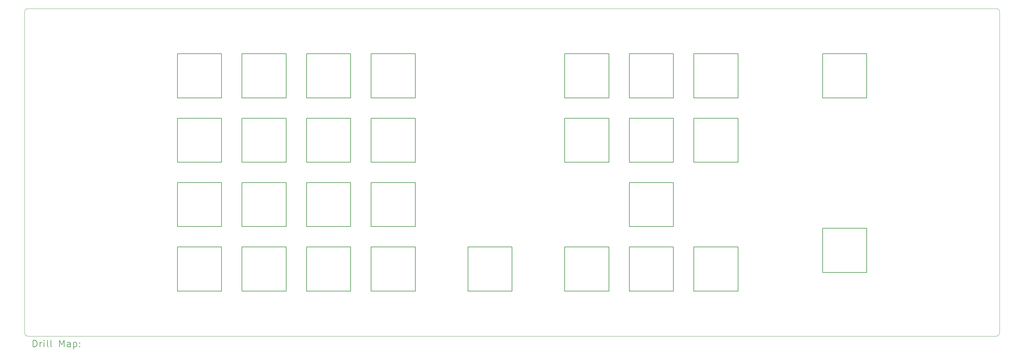
<source format=gbr>
%TF.GenerationSoftware,KiCad,Pcbnew,(6.0.7-1)-1*%
%TF.CreationDate,2022-09-15T21:48:14+02:00*%
%TF.ProjectId,yts-switchblade,7974732d-7377-4697-9463-68626c616465,rev?*%
%TF.SameCoordinates,Original*%
%TF.FileFunction,Drillmap*%
%TF.FilePolarity,Positive*%
%FSLAX45Y45*%
G04 Gerber Fmt 4.5, Leading zero omitted, Abs format (unit mm)*
G04 Created by KiCad (PCBNEW (6.0.7-1)-1) date 2022-09-15 21:48:14*
%MOMM*%
%LPD*%
G01*
G04 APERTURE LIST*
%ADD10C,0.100000*%
%ADD11C,0.150000*%
%ADD12C,0.200000*%
G04 APERTURE END LIST*
D10*
X31800000Y-3700000D02*
G75*
G03*
X31700000Y-3600000I-100000J0D01*
G01*
X31700000Y-13260000D02*
G75*
G03*
X31800000Y-13160000I0J100000D01*
G01*
X3100000Y-13160000D02*
G75*
G03*
X3200000Y-13260000I100000J0D01*
G01*
X3200000Y-3600000D02*
G75*
G03*
X3100000Y-3700000I0J-100000D01*
G01*
D11*
X20900000Y-6830000D02*
X22200000Y-6830000D01*
X22200000Y-6830000D02*
X22200000Y-8130000D01*
X22200000Y-8130000D02*
X20900000Y-8130000D01*
X20900000Y-8130000D02*
X20900000Y-6830000D01*
X26590000Y-4930000D02*
X27890000Y-4930000D01*
X27890000Y-4930000D02*
X27890000Y-6230000D01*
X27890000Y-6230000D02*
X26590000Y-6230000D01*
X26590000Y-6230000D02*
X26590000Y-4930000D01*
X26590000Y-10080000D02*
X27890000Y-10080000D01*
X27890000Y-10080000D02*
X27890000Y-11380000D01*
X27890000Y-11380000D02*
X26590000Y-11380000D01*
X26590000Y-11380000D02*
X26590000Y-10080000D01*
X11400000Y-6830000D02*
X12700000Y-6830000D01*
X12700000Y-6830000D02*
X12700000Y-8130000D01*
X12700000Y-8130000D02*
X11400000Y-8130000D01*
X11400000Y-8130000D02*
X11400000Y-6830000D01*
X19000000Y-10630000D02*
X20300000Y-10630000D01*
X20300000Y-10630000D02*
X20300000Y-11930000D01*
X20300000Y-11930000D02*
X19000000Y-11930000D01*
X19000000Y-11930000D02*
X19000000Y-10630000D01*
X22800000Y-4930000D02*
X24100000Y-4930000D01*
X24100000Y-4930000D02*
X24100000Y-6230000D01*
X24100000Y-6230000D02*
X22800000Y-6230000D01*
X22800000Y-6230000D02*
X22800000Y-4930000D01*
X7600000Y-4930000D02*
X8900000Y-4930000D01*
X8900000Y-4930000D02*
X8900000Y-6230000D01*
X8900000Y-6230000D02*
X7600000Y-6230000D01*
X7600000Y-6230000D02*
X7600000Y-4930000D01*
D10*
X31700000Y-3600000D02*
X3200000Y-3600000D01*
D11*
X20900000Y-4930000D02*
X22200000Y-4930000D01*
X22200000Y-4930000D02*
X22200000Y-6230000D01*
X22200000Y-6230000D02*
X20900000Y-6230000D01*
X20900000Y-6230000D02*
X20900000Y-4930000D01*
X19000000Y-6830000D02*
X20300000Y-6830000D01*
X20300000Y-6830000D02*
X20300000Y-8130000D01*
X20300000Y-8130000D02*
X19000000Y-8130000D01*
X19000000Y-8130000D02*
X19000000Y-6830000D01*
X13300000Y-6830000D02*
X14600000Y-6830000D01*
X14600000Y-6830000D02*
X14600000Y-8130000D01*
X14600000Y-8130000D02*
X13300000Y-8130000D01*
X13300000Y-8130000D02*
X13300000Y-6830000D01*
X20900000Y-8730000D02*
X22200000Y-8730000D01*
X22200000Y-8730000D02*
X22200000Y-10030000D01*
X22200000Y-10030000D02*
X20900000Y-10030000D01*
X20900000Y-10030000D02*
X20900000Y-8730000D01*
X19000000Y-4930000D02*
X20300000Y-4930000D01*
X20300000Y-4930000D02*
X20300000Y-6230000D01*
X20300000Y-6230000D02*
X19000000Y-6230000D01*
X19000000Y-6230000D02*
X19000000Y-4930000D01*
X11400000Y-8730000D02*
X12700000Y-8730000D01*
X12700000Y-8730000D02*
X12700000Y-10030000D01*
X12700000Y-10030000D02*
X11400000Y-10030000D01*
X11400000Y-10030000D02*
X11400000Y-8730000D01*
X7600000Y-10630000D02*
X8900000Y-10630000D01*
X8900000Y-10630000D02*
X8900000Y-11930000D01*
X8900000Y-11930000D02*
X7600000Y-11930000D01*
X7600000Y-11930000D02*
X7600000Y-10630000D01*
X9500000Y-6830000D02*
X10800000Y-6830000D01*
X10800000Y-6830000D02*
X10800000Y-8130000D01*
X10800000Y-8130000D02*
X9500000Y-8130000D01*
X9500000Y-8130000D02*
X9500000Y-6830000D01*
D10*
X3200000Y-13260000D02*
X31700000Y-13260000D01*
D11*
X7600000Y-6830000D02*
X8900000Y-6830000D01*
X8900000Y-6830000D02*
X8900000Y-8130000D01*
X8900000Y-8130000D02*
X7600000Y-8130000D01*
X7600000Y-8130000D02*
X7600000Y-6830000D01*
X22800000Y-10630000D02*
X24100000Y-10630000D01*
X24100000Y-10630000D02*
X24100000Y-11930000D01*
X24100000Y-11930000D02*
X22800000Y-11930000D01*
X22800000Y-11930000D02*
X22800000Y-10630000D01*
X13300000Y-8730000D02*
X14600000Y-8730000D01*
X14600000Y-8730000D02*
X14600000Y-10030000D01*
X14600000Y-10030000D02*
X13300000Y-10030000D01*
X13300000Y-10030000D02*
X13300000Y-8730000D01*
X13300000Y-10630000D02*
X14600000Y-10630000D01*
X14600000Y-10630000D02*
X14600000Y-11930000D01*
X14600000Y-11930000D02*
X13300000Y-11930000D01*
X13300000Y-11930000D02*
X13300000Y-10630000D01*
X11400000Y-4930000D02*
X12700000Y-4930000D01*
X12700000Y-4930000D02*
X12700000Y-6230000D01*
X12700000Y-6230000D02*
X11400000Y-6230000D01*
X11400000Y-6230000D02*
X11400000Y-4930000D01*
X7600000Y-8730000D02*
X8900000Y-8730000D01*
X8900000Y-8730000D02*
X8900000Y-10030000D01*
X8900000Y-10030000D02*
X7600000Y-10030000D01*
X7600000Y-10030000D02*
X7600000Y-8730000D01*
X11400000Y-10630000D02*
X12700000Y-10630000D01*
X12700000Y-10630000D02*
X12700000Y-11930000D01*
X12700000Y-11930000D02*
X11400000Y-11930000D01*
X11400000Y-11930000D02*
X11400000Y-10630000D01*
X20900000Y-10630000D02*
X22200000Y-10630000D01*
X22200000Y-10630000D02*
X22200000Y-11930000D01*
X22200000Y-11930000D02*
X20900000Y-11930000D01*
X20900000Y-11930000D02*
X20900000Y-10630000D01*
X22800000Y-6830000D02*
X24100000Y-6830000D01*
X24100000Y-6830000D02*
X24100000Y-8130000D01*
X24100000Y-8130000D02*
X22800000Y-8130000D01*
X22800000Y-8130000D02*
X22800000Y-6830000D01*
X16150000Y-10630000D02*
X17450000Y-10630000D01*
X17450000Y-10630000D02*
X17450000Y-11930000D01*
X17450000Y-11930000D02*
X16150000Y-11930000D01*
X16150000Y-11930000D02*
X16150000Y-10630000D01*
X13300000Y-4930000D02*
X14600000Y-4930000D01*
X14600000Y-4930000D02*
X14600000Y-6230000D01*
X14600000Y-6230000D02*
X13300000Y-6230000D01*
X13300000Y-6230000D02*
X13300000Y-4930000D01*
X9500000Y-10630000D02*
X10800000Y-10630000D01*
X10800000Y-10630000D02*
X10800000Y-11930000D01*
X10800000Y-11930000D02*
X9500000Y-11930000D01*
X9500000Y-11930000D02*
X9500000Y-10630000D01*
X9500000Y-4930000D02*
X10800000Y-4930000D01*
X10800000Y-4930000D02*
X10800000Y-6230000D01*
X10800000Y-6230000D02*
X9500000Y-6230000D01*
X9500000Y-6230000D02*
X9500000Y-4930000D01*
X9500000Y-8730000D02*
X10800000Y-8730000D01*
X10800000Y-8730000D02*
X10800000Y-10030000D01*
X10800000Y-10030000D02*
X9500000Y-10030000D01*
X9500000Y-10030000D02*
X9500000Y-8730000D01*
D10*
X3100000Y-3700000D02*
X3100000Y-13160000D01*
X31800000Y-13160000D02*
X31800000Y-3700000D01*
D12*
X3352619Y-13575476D02*
X3352619Y-13375476D01*
X3400238Y-13375476D01*
X3428809Y-13385000D01*
X3447857Y-13404048D01*
X3457381Y-13423095D01*
X3466905Y-13461190D01*
X3466905Y-13489762D01*
X3457381Y-13527857D01*
X3447857Y-13546905D01*
X3428809Y-13565952D01*
X3400238Y-13575476D01*
X3352619Y-13575476D01*
X3552619Y-13575476D02*
X3552619Y-13442143D01*
X3552619Y-13480238D02*
X3562143Y-13461190D01*
X3571667Y-13451667D01*
X3590714Y-13442143D01*
X3609762Y-13442143D01*
X3676428Y-13575476D02*
X3676428Y-13442143D01*
X3676428Y-13375476D02*
X3666905Y-13385000D01*
X3676428Y-13394524D01*
X3685952Y-13385000D01*
X3676428Y-13375476D01*
X3676428Y-13394524D01*
X3800238Y-13575476D02*
X3781190Y-13565952D01*
X3771667Y-13546905D01*
X3771667Y-13375476D01*
X3905000Y-13575476D02*
X3885952Y-13565952D01*
X3876428Y-13546905D01*
X3876428Y-13375476D01*
X4133571Y-13575476D02*
X4133571Y-13375476D01*
X4200238Y-13518333D01*
X4266905Y-13375476D01*
X4266905Y-13575476D01*
X4447857Y-13575476D02*
X4447857Y-13470714D01*
X4438333Y-13451667D01*
X4419286Y-13442143D01*
X4381190Y-13442143D01*
X4362143Y-13451667D01*
X4447857Y-13565952D02*
X4428810Y-13575476D01*
X4381190Y-13575476D01*
X4362143Y-13565952D01*
X4352619Y-13546905D01*
X4352619Y-13527857D01*
X4362143Y-13508809D01*
X4381190Y-13499286D01*
X4428810Y-13499286D01*
X4447857Y-13489762D01*
X4543095Y-13442143D02*
X4543095Y-13642143D01*
X4543095Y-13451667D02*
X4562143Y-13442143D01*
X4600238Y-13442143D01*
X4619286Y-13451667D01*
X4628810Y-13461190D01*
X4638333Y-13480238D01*
X4638333Y-13537381D01*
X4628810Y-13556428D01*
X4619286Y-13565952D01*
X4600238Y-13575476D01*
X4562143Y-13575476D01*
X4543095Y-13565952D01*
X4724048Y-13556428D02*
X4733571Y-13565952D01*
X4724048Y-13575476D01*
X4714524Y-13565952D01*
X4724048Y-13556428D01*
X4724048Y-13575476D01*
X4724048Y-13451667D02*
X4733571Y-13461190D01*
X4724048Y-13470714D01*
X4714524Y-13461190D01*
X4724048Y-13451667D01*
X4724048Y-13470714D01*
M02*

</source>
